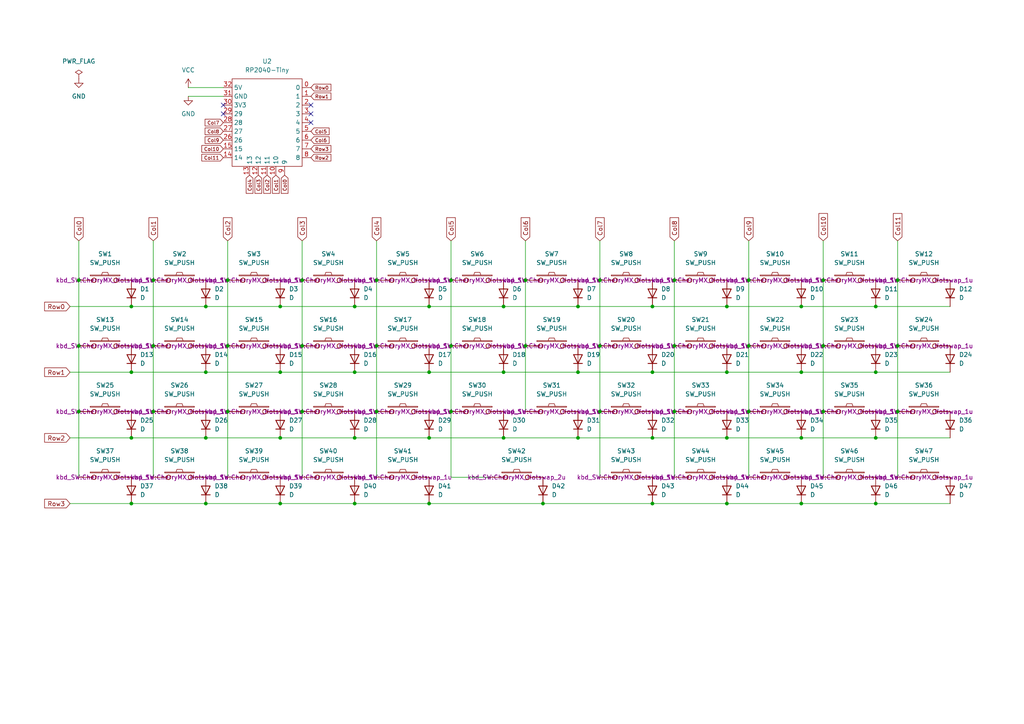
<source format=kicad_sch>
(kicad_sch (version 20250114) (generator "eeschema") (generator_version "9.0")
  (paper "A4")
  (lib_symbols
    (symbol "Device:D" (pin_numbers (hide yes)) (pin_names (offset 1.016) (hide yes))
      (property "Reference" "D" (at 0 2.54 0))
      (property "Value" "D" (at 0 -2.54 0))
      (symbol "D_0_1"
        (polyline (pts (xy -1.27 1.27) (xy -1.27 -1.27)) (stroke (width 0.254)))
        (polyline (pts (xy 1.27 1.27) (xy 1.27 -1.27) (xy -1.27 0) (xy 1.27 1.27)) (stroke (width 0.254)))
        (polyline (pts (xy 1.27 0) (xy -1.27 0)))
      )
      (symbol "D_1_1"
        (pin passive line (at -3.81 0 0) (length 2.54) (name "K") (number "1"))
        (pin passive line (at 3.81 0 180) (length 2.54) (name "A") (number "2"))
      )
    )
    (symbol "isw-mcu:RP2040-Zero"
      (property "Reference" "U" (at 0 17.78 0))
      (property "Value" "RP2040-Zero" (at 0 15.24 0))
      (symbol "RP2040-Zero_0_1"
        (rectangle (start -10.16 12.7) (end 10.16 -12.7))
      )
      (symbol "RP2040-Zero_1_1"
        (pin power_out line (at -12.7 10.16 0) (length 2.54) (name "5V") (number "32"))
        (pin power_in line (at -12.7 7.62 0) (length 2.54) (name "GND") (number "31"))
        (pin power_out line (at -12.7 5.08 0) (length 2.54) (name "3V3") (number "30"))
        (pin bidirectional line (at -12.7 2.54 0) (length 2.54) (name "29") (number "29"))
        (pin bidirectional line (at -12.7 0 0) (length 2.54) (name "28") (number "28"))
        (pin bidirectional line (at -12.7 -2.54 0) (length 2.54) (name "27") (number "27"))
        (pin bidirectional line (at -12.7 -5.08 0) (length 2.54) (name "26") (number "26"))
        (pin bidirectional line (at -12.7 -7.62 0) (length 2.54) (name "15") (number "15"))
        (pin bidirectional line (at -12.7 -10.16 0) (length 2.54) (name "14") (number "14"))
        (pin bidirectional line (at -5.08 -15.24 90) (length 2.54) (name "13") (number "13"))
        (pin bidirectional line (at -2.54 -15.24 90) (length 2.54) (name "12") (number "12"))
        (pin bidirectional line (at 0 -15.24 90) (length 2.54) (name "11") (number "11"))
        (pin bidirectional line (at 2.54 -15.24 90) (length 2.54) (name "10") (number "10"))
        (pin bidirectional line (at 5.08 -15.24 90) (length 2.54) (name "9") (number "9"))
        (pin tri_state line (at 12.7 10.16 180) (length 2.54) (name "0") (number "0"))
        (pin bidirectional line (at 12.7 7.62 180) (length 2.54) (name "1") (number "1"))
        (pin bidirectional line (at 12.7 5.08 180) (length 2.54) (name "2") (number "2"))
        (pin bidirectional line (at 12.7 2.54 180) (length 2.54) (name "3") (number "3"))
        (pin bidirectional line (at 12.7 0 180) (length 2.54) (name "4") (number "4"))
        (pin bidirectional line (at 12.7 -2.54 180) (length 2.54) (name "5") (number "5"))
        (pin bidirectional line (at 12.7 -5.08 180) (length 2.54) (name "6") (number "6"))
        (pin bidirectional line (at 12.7 -7.62 180) (length 2.54) (name "7") (number "7"))
        (pin bidirectional line (at 12.7 -10.16 180) (length 2.54) (name "8") (number "8"))
      )
    )
    (symbol "kbd:SW_PUSH" (pin_numbers (hide yes)) (pin_names (offset 1.016) (hide yes))
      (property "Reference" "SW" (at 3.81 2.794 0))
      (property "Value" "SW_PUSH" (at 0 -2.032 0))
      (symbol "SW_PUSH_0_1"
        (rectangle (start -4.318 1.27) (end 4.318 1.524))
        (polyline (pts (xy -1.016 1.524) (xy -0.762 2.286) (xy 0.762 2.286) (xy 1.016 1.524)))
        (pin passive inverted (at -7.62 0 0) (length 5.08) (name "1") (number "1"))
        (pin passive inverted (at 7.62 0 180) (length 5.08) (name "2") (number "2"))
      )
    )
    (symbol "power:GND" (power) (pin_numbers (hide yes)) (pin_names (offset 0) (hide yes))
      (property "Value" "GND" (at 0 -3.81 0))
      (symbol "GND_0_1"
        (polyline (pts (xy 0 0) (xy 0 -1.27) (xy 1.27 -1.27) (xy 0 -2.54) (xy -1.27 -1.27) (xy 0 -1.27)))
      )
      (symbol "GND_1_1"
        (pin power_in line (at 0 0 270) (length 0) (name "~") (number "1"))
      )
    )
    (symbol "power:PWR_FLAG" (power) (pin_numbers (hide yes)) (pin_names (offset 0) (hide yes))
      (property "Value" "PWR_FLAG" (at 0 3.81 0))
      (symbol "PWR_FLAG_0_0"
        (pin power_out line (at 0 0 90) (length 0) (name "~") (number "1"))
      )
      (symbol "PWR_FLAG_0_1"
        (polyline (pts (xy 0 0) (xy 0 1.27) (xy -1.016 1.905) (xy 0 2.54) (xy 1.016 1.905) (xy 0 1.27)))
      )
    )
    (symbol "power:VCC" (power) (pin_numbers (hide yes)) (pin_names (offset 0) (hide yes))
      (property "Value" "VCC" (at 0 3.556 0))
      (symbol "VCC_0_1"
        (polyline (pts (xy -0.762 1.27) (xy 0 2.54)))
        (polyline (pts (xy 0 2.54) (xy 0.762 1.27)))
        (polyline (pts (xy 0 0) (xy 0 2.54)))
      )
      (symbol "VCC_1_1"
        (pin power_in line (at 0 0 90) (length 0) (name "~") (number "1"))
      )
    )
  )
  (junction (at 210.82 146.05))
  (junction (at 152.4 100.33))
  (junction (at 87.63 81.28))
  (junction (at 102.87 107.95))
  (junction (at 130.81 81.28))
  (junction (at 195.58 100.33))
  (junction (at 157.48 146.05))
  (junction (at 44.45 100.33))
  (junction (at 59.69 146.05))
  (junction (at 146.05 107.95))
  (junction (at 238.76 81.28))
  (junction (at 238.76 100.33))
  (junction (at 232.41 107.95))
  (junction (at 124.46 107.95))
  (junction (at 22.86 81.28))
  (junction (at 81.28 88.9))
  (junction (at 124.46 146.05))
  (junction (at 189.23 88.9))
  (junction (at 124.46 127))
  (junction (at 102.87 88.9))
  (junction (at 167.64 88.9))
  (junction (at 238.76 119.38))
  (junction (at 130.81 119.38))
  (junction (at 81.28 127))
  (junction (at 59.69 127))
  (junction (at 217.17 81.28))
  (junction (at 44.45 119.38))
  (junction (at 217.17 100.33))
  (junction (at 232.41 127))
  (junction (at 146.05 127))
  (junction (at 254 127))
  (junction (at 22.86 100.33))
  (junction (at 210.82 127))
  (junction (at 195.58 81.28))
  (junction (at 232.41 88.9))
  (junction (at 38.1 107.95))
  (junction (at 81.28 107.95))
  (junction (at 173.99 81.28))
  (junction (at 38.1 127))
  (junction (at 254 88.9))
  (junction (at 66.04 81.28))
  (junction (at 173.99 100.33))
  (junction (at 87.63 119.38))
  (junction (at 189.23 127))
  (junction (at 146.05 88.9))
  (junction (at 102.87 146.05))
  (junction (at 87.63 100.33))
  (junction (at 38.1 146.05))
  (junction (at 109.22 119.38))
  (junction (at 66.04 119.38))
  (junction (at 189.23 146.05))
  (junction (at 66.04 100.33))
  (junction (at 210.82 88.9))
  (junction (at 59.69 88.9))
  (junction (at 81.28 146.05))
  (junction (at 167.64 127))
  (junction (at 109.22 100.33))
  (junction (at 217.17 119.38))
  (junction (at 254 107.95))
  (junction (at 167.64 107.95))
  (junction (at 152.4 81.28))
  (junction (at 254 146.05))
  (junction (at 260.35 119.38))
  (junction (at 102.87 127))
  (junction (at 130.81 100.33))
  (junction (at 173.99 119.38))
  (junction (at 109.22 81.28))
  (junction (at 210.82 107.95))
  (junction (at 22.86 119.38))
  (junction (at 260.35 100.33))
  (junction (at 232.41 146.05))
  (junction (at 124.46 88.9))
  (junction (at 195.58 119.38))
  (junction (at 38.1 88.9))
  (junction (at 59.69 107.95))
  (junction (at 44.45 81.28))
  (junction (at 260.35 81.28))
  (junction (at 189.23 107.95))
  (no_connect (at 64.77 30.48))
  (no_connect (at 90.17 35.56))
  (no_connect (at 90.17 33.02))
  (no_connect (at 64.77 33.02))
  (no_connect (at 90.17 30.48))
  (wire (pts (xy 238.76 81.28) (xy 238.76 100.33)))
  (wire (pts (xy 146.05 127) (xy 167.64 127)))
  (wire (pts (xy 189.23 107.95) (xy 210.82 107.95)))
  (wire (pts (xy 20.32 127) (xy 38.1 127)))
  (wire (pts (xy 66.04 100.33) (xy 66.04 119.38)))
  (wire (pts (xy 238.76 100.33) (xy 238.76 119.38)))
  (wire (pts (xy 102.87 88.9) (xy 124.46 88.9)))
  (wire (pts (xy 59.69 127) (xy 81.28 127)))
  (wire (pts (xy 238.76 69.85) (xy 238.76 81.28)))
  (wire (pts (xy 152.4 69.85) (xy 152.4 81.28)))
  (wire (pts (xy 38.1 88.9) (xy 59.69 88.9)))
  (wire (pts (xy 210.82 146.05) (xy 232.41 146.05)))
  (wire (pts (xy 146.05 107.95) (xy 167.64 107.95)))
  (wire (pts (xy 22.86 119.38) (xy 22.86 138.43)))
  (wire (pts (xy 87.63 69.85) (xy 87.63 81.28)))
  (wire (pts (xy 189.23 88.9) (xy 210.82 88.9)))
  (wire (pts (xy 102.87 107.95) (xy 124.46 107.95)))
  (wire (pts (xy 238.76 119.38) (xy 238.76 138.43)))
  (wire (pts (xy 146.05 88.9) (xy 167.64 88.9)))
  (wire (pts (xy 109.22 119.38) (xy 109.22 138.43)))
  (wire (pts (xy 38.1 107.95) (xy 59.69 107.95)))
  (wire (pts (xy 38.1 127) (xy 59.69 127)))
  (wire (pts (xy 109.22 81.28) (xy 109.22 100.33)))
  (wire (pts (xy 254 88.9) (xy 275.59 88.9)))
  (wire (pts (xy 44.45 100.33) (xy 44.45 119.38)))
  (wire (pts (xy 59.69 146.05) (xy 81.28 146.05)))
  (wire (pts (xy 38.1 146.05) (xy 59.69 146.05)))
  (wire (pts (xy 217.17 119.38) (xy 217.17 138.43)))
  (wire (pts (xy 87.63 119.38) (xy 87.63 138.43)))
  (wire (pts (xy 173.99 100.33) (xy 173.99 119.38)))
  (wire (pts (xy 130.81 81.28) (xy 130.81 100.33)))
  (wire (pts (xy 189.23 127) (xy 210.82 127)))
  (wire (pts (xy 232.41 107.95) (xy 254 107.95)))
  (wire (pts (xy 54.61 25.4) (xy 64.77 25.4)))
  (wire (pts (xy 232.41 146.05) (xy 254 146.05)))
  (wire (pts (xy 152.4 100.33) (xy 152.4 119.38)))
  (wire (pts (xy 66.04 69.85) (xy 66.04 81.28)))
  (wire (pts (xy 44.45 81.28) (xy 44.45 100.33)))
  (wire (pts (xy 254 107.95) (xy 275.59 107.95)))
  (wire (pts (xy 167.64 88.9) (xy 189.23 88.9)))
  (wire (pts (xy 232.41 127) (xy 254 127)))
  (wire (pts (xy 210.82 88.9) (xy 232.41 88.9)))
  (wire (pts (xy 254 146.05) (xy 275.59 146.05)))
  (wire (pts (xy 232.41 88.9) (xy 254 88.9)))
  (wire (pts (xy 124.46 107.95) (xy 146.05 107.95)))
  (wire (pts (xy 54.61 27.94) (xy 64.77 27.94)))
  (wire (pts (xy 81.28 146.05) (xy 102.87 146.05)))
  (wire (pts (xy 102.87 146.05) (xy 124.46 146.05)))
  (wire (pts (xy 167.64 127) (xy 189.23 127)))
  (wire (pts (xy 22.86 69.85) (xy 22.86 81.28)))
  (wire (pts (xy 20.32 88.9) (xy 38.1 88.9)))
  (wire (pts (xy 109.22 69.85) (xy 109.22 81.28)))
  (wire (pts (xy 173.99 81.28) (xy 173.99 100.33)))
  (wire (pts (xy 130.81 119.38) (xy 130.81 138.43)))
  (wire (pts (xy 59.69 107.95) (xy 81.28 107.95)))
  (wire (pts (xy 44.45 119.38) (xy 44.45 138.43)))
  (wire (pts (xy 195.58 119.38) (xy 195.58 138.43)))
  (wire (pts (xy 157.48 146.05) (xy 189.23 146.05)))
  (wire (pts (xy 20.32 146.05) (xy 38.1 146.05)))
  (wire (pts (xy 130.81 69.85) (xy 130.81 81.28)))
  (wire (pts (xy 44.45 69.85) (xy 44.45 81.28)))
  (wire (pts (xy 217.17 81.28) (xy 217.17 100.33)))
  (wire (pts (xy 189.23 146.05) (xy 210.82 146.05)))
  (wire (pts (xy 173.99 119.38) (xy 173.99 138.43)))
  (wire (pts (xy 217.17 69.85) (xy 217.17 81.28)))
  (wire (pts (xy 130.81 138.43) (xy 142.24 138.43)))
  (wire (pts (xy 66.04 81.28) (xy 66.04 100.33)))
  (wire (pts (xy 124.46 127) (xy 146.05 127)))
  (wire (pts (xy 210.82 107.95) (xy 232.41 107.95)))
  (wire (pts (xy 59.69 88.9) (xy 81.28 88.9)))
  (wire (pts (xy 87.63 81.28) (xy 87.63 100.33)))
  (wire (pts (xy 124.46 146.05) (xy 157.48 146.05)))
  (wire (pts (xy 22.86 81.28) (xy 22.86 100.33)))
  (wire (pts (xy 217.17 100.33) (xy 217.17 119.38)))
  (wire (pts (xy 260.35 100.33) (xy 260.35 119.38)))
  (wire (pts (xy 195.58 81.28) (xy 195.58 100.33)))
  (wire (pts (xy 81.28 127) (xy 102.87 127)))
  (wire (pts (xy 81.28 107.95) (xy 102.87 107.95)))
  (wire (pts (xy 260.35 81.28) (xy 260.35 100.33)))
  (wire (pts (xy 167.64 107.95) (xy 189.23 107.95)))
  (wire (pts (xy 173.99 69.85) (xy 173.99 81.28)))
  (wire (pts (xy 87.63 100.33) (xy 87.63 119.38)))
  (wire (pts (xy 22.86 100.33) (xy 22.86 119.38)))
  (wire (pts (xy 130.81 100.33) (xy 130.81 119.38)))
  (wire (pts (xy 210.82 127) (xy 232.41 127)))
  (wire (pts (xy 195.58 100.33) (xy 195.58 119.38)))
  (wire (pts (xy 260.35 69.85) (xy 260.35 81.28)))
  (wire (pts (xy 102.87 127) (xy 124.46 127)))
  (wire (pts (xy 254 127) (xy 275.59 127)))
  (wire (pts (xy 152.4 81.28) (xy 152.4 100.33)))
  (wire (pts (xy 195.58 69.85) (xy 195.58 81.28)))
  (wire (pts (xy 124.46 88.9) (xy 146.05 88.9)))
  (wire (pts (xy 20.32 107.95) (xy 38.1 107.95)))
  (wire (pts (xy 66.04 119.38) (xy 66.04 138.43)))
  (wire (pts (xy 109.22 100.33) (xy 109.22 119.38)))
  (wire (pts (xy 81.28 88.9) (xy 102.87 88.9)))
  (wire (pts (xy 260.35 119.38) (xy 260.35 138.43)))
  (global_label "Col11" (shape input) (at 64.77 45.72 180) (effects (font (size 1 1))) (property "Intersheetrefs" "${INTERSHEET_REFS}" (effects (hide yes))))
  (global_label "Row3" (shape input) (at 20.32 146.05 180) (property "Intersheetrefs" "${INTERSHEET_REFS}" (effects (hide yes))))
  (global_label "Col6" (shape input) (at 152.4 69.85 90) (property "Intersheetrefs" "${INTERSHEET_REFS}" (effects (hide yes))))
  (global_label "Col0" (shape input) (at 22.86 69.85 90) (property "Intersheetrefs" "${INTERSHEET_REFS}" (effects (hide yes))))
  (global_label "Col5" (shape input) (at 130.81 69.85 90) (property "Intersheetrefs" "${INTERSHEET_REFS}" (effects (hide yes))))
  (global_label "Col3" (shape input) (at 87.63 69.85 90) (property "Intersheetrefs" "${INTERSHEET_REFS}" (effects (hide yes))))
  (global_label "Col4" (shape input) (at 109.22 69.85 90) (property "Intersheetrefs" "${INTERSHEET_REFS}" (effects (hide yes))))
  (global_label "Col10" (shape input) (at 238.76 69.85 90) (property "Intersheetrefs" "${INTERSHEET_REFS}" (effects (hide yes))))
  (global_label "Col11" (shape input) (at 260.35 69.85 90) (property "Intersheetrefs" "${INTERSHEET_REFS}" (effects (hide yes))))
  (global_label "Col6" (shape input) (at 90.17 40.64 0) (effects (font (size 1 1))) (property "Intersheetrefs" "${INTERSHEET_REFS}" (effects (hide yes))))
  (global_label "Row1" (shape input) (at 90.17 27.94 0) (effects (font (size 1 1))) (property "Intersheetrefs" "${INTERSHEET_REFS}" (effects (hide yes))))
  (global_label "Col9" (shape input) (at 217.17 69.85 90) (property "Intersheetrefs" "${INTERSHEET_REFS}" (effects (hide yes))))
  (global_label "Col4" (shape input) (at 72.39 50.8 270) (effects (font (size 1 1))) (property "Intersheetrefs" "${INTERSHEET_REFS}" (effects (hide yes))))
  (global_label "Col0" (shape input) (at 82.55 50.8 270) (effects (font (size 1 1))) (property "Intersheetrefs" "${INTERSHEET_REFS}" (effects (hide yes))))
  (global_label "Col8" (shape input) (at 64.77 38.1 180) (effects (font (size 1 1))) (property "Intersheetrefs" "${INTERSHEET_REFS}" (effects (hide yes))))
  (global_label "Col2" (shape input) (at 77.47 50.8 270) (effects (font (size 1 1))) (property "Intersheetrefs" "${INTERSHEET_REFS}" (effects (hide yes))))
  (global_label "Col1" (shape input) (at 44.45 69.85 90) (property "Intersheetrefs" "${INTERSHEET_REFS}" (effects (hide yes))))
  (global_label "Col8" (shape input) (at 195.58 69.85 90) (property "Intersheetrefs" "${INTERSHEET_REFS}" (effects (hide yes))))
  (global_label "Col2" (shape input) (at 66.04 69.85 90) (property "Intersheetrefs" "${INTERSHEET_REFS}" (effects (hide yes))))
  (global_label "Col10" (shape input) (at 64.77 43.18 180) (effects (font (size 1 1))) (property "Intersheetrefs" "${INTERSHEET_REFS}" (effects (hide yes))))
  (global_label "Col7" (shape input) (at 64.77 35.56 180) (effects (font (size 1 1))) (property "Intersheetrefs" "${INTERSHEET_REFS}" (effects (hide yes))))
  (global_label "Row0" (shape input) (at 20.32 88.9 180) (property "Intersheetrefs" "${INTERSHEET_REFS}" (effects (hide yes))))
  (global_label "Row3" (shape input) (at 90.17 43.18 0) (effects (font (size 1 1))) (property "Intersheetrefs" "${INTERSHEET_REFS}" (effects (hide yes))))
  (global_label "Row0" (shape input) (at 90.17 25.4 0) (effects (font (size 1 1))) (property "Intersheetrefs" "${INTERSHEET_REFS}" (effects (hide yes))))
  (global_label "Row2" (shape input) (at 90.17 45.72 0) (effects (font (size 1 1))) (property "Intersheetrefs" "${INTERSHEET_REFS}" (effects (hide yes))))
  (global_label "Col3" (shape input) (at 74.93 50.8 270) (effects (font (size 1 1))) (property "Intersheetrefs" "${INTERSHEET_REFS}" (effects (hide yes))))
  (global_label "Col5" (shape input) (at 90.17 38.1 0) (effects (font (size 1 1))) (property "Intersheetrefs" "${INTERSHEET_REFS}" (effects (hide yes))))
  (global_label "Row2" (shape input) (at 20.32 127 180) (property "Intersheetrefs" "${INTERSHEET_REFS}" (effects (hide yes))))
  (global_label "Col7" (shape input) (at 173.99 69.85 90) (property "Intersheetrefs" "${INTERSHEET_REFS}" (effects (hide yes))))
  (global_label "Col1" (shape input) (at 80.01 50.8 270) (effects (font (size 1 1))) (property "Intersheetrefs" "${INTERSHEET_REFS}" (effects (hide yes))))
  (global_label "Col9" (shape input) (at 64.77 40.64 180) (effects (font (size 1 1))) (property "Intersheetrefs" "${INTERSHEET_REFS}" (effects (hide yes))))
  (global_label "Row1" (shape input) (at 20.32 107.95 180) (property "Intersheetrefs" "${INTERSHEET_REFS}" (effects (hide yes))))
  (symbol (lib_id "kbd:SW_PUSH") (at 267.97 138.43 0) (unit 1)
    (property "Reference" "SW47" (at 267.97 130.81 0))
    (property "Value" "SW_PUSH" (at 267.97 133.35 0))
    (property "Footprint" "kbd_SW:CherryMX_Hotswap_1u" (at 267.97 138.43 0))
  )
  (symbol (lib_id "kbd:SW_PUSH") (at 73.66 119.38 0) (unit 1)
    (property "Reference" "SW27" (at 73.66 111.76 0))
    (property "Value" "SW_PUSH" (at 73.66 114.3 0))
    (property "Footprint" "kbd_SW:CherryMX_Hotswap_1u" (at 73.66 119.38 0))
  )
  (symbol (lib_id "Device:D") (at 210.82 123.19 90) (unit 1)
    (property "Reference" "D33" (at 213.36 121.9199 90) (effects (justify right)))
    (property "Value" "D" (at 213.36 124.4599 90) (effects (justify right)))
    (property "Footprint" "kbd_Parts:Diode_TH_SMD" (effects (hide yes)))
    (property "Description" "Diode" (effects (hide yes)))
    (property "Sim.Device" "D" (effects (hide yes)))
    (property "Sim.Pins" "1=K 2=A" (effects (hide yes)))
  )
  (symbol (lib_id "Device:D") (at 189.23 123.19 90) (unit 1)
    (property "Reference" "D32" (at 191.77 121.9199 90) (effects (justify right)))
    (property "Value" "D" (at 191.77 124.4599 90) (effects (justify right)))
    (property "Footprint" "kbd_Parts:Diode_TH_SMD" (effects (hide yes)))
    (property "Description" "Diode" (effects (hide yes)))
    (property "Sim.Device" "D" (effects (hide yes)))
    (property "Sim.Pins" "1=K 2=A" (effects (hide yes)))
  )
  (symbol (lib_id "kbd:SW_PUSH") (at 224.79 81.28 0) (unit 1)
    (property "Reference" "SW10" (at 224.79 73.66 0))
    (property "Value" "SW_PUSH" (at 224.79 76.2 0))
    (property "Footprint" "kbd_SW:CherryMX_Hotswap_1u" (at 224.79 81.28 0))
  )
  (symbol (lib_id "Device:D") (at 102.87 142.24 90) (unit 1)
    (property "Reference" "D40" (at 105.41 140.9699 90) (effects (justify right)))
    (property "Value" "D" (at 105.41 143.5099 90) (effects (justify right)))
    (property "Footprint" "kbd_Parts:Diode_TH_SMD" (effects (hide yes)))
    (property "Description" "Diode" (effects (hide yes)))
    (property "Sim.Device" "D" (effects (hide yes)))
    (property "Sim.Pins" "1=K 2=A" (effects (hide yes)))
  )
  (symbol (lib_id "Device:D") (at 38.1 104.14 90) (unit 1)
    (property "Reference" "D13" (at 40.64 102.8699 90) (effects (justify right)))
    (property "Value" "D" (at 40.64 105.4099 90) (effects (justify right)))
    (property "Footprint" "kbd_Parts:Diode_TH_SMD" (effects (hide yes)))
    (property "Description" "Diode" (effects (hide yes)))
    (property "Sim.Device" "D" (effects (hide yes)))
    (property "Sim.Pins" "1=K 2=A" (effects (hide yes)))
  )
  (symbol (lib_id "Device:D") (at 254 85.09 90) (unit 1)
    (property "Reference" "D11" (at 256.54 83.8199 90) (effects (justify right)))
    (property "Value" "D" (at 256.54 86.3599 90) (effects (justify right)))
    (property "Footprint" "kbd_Parts:Diode_TH_SMD" (effects (hide yes)))
    (property "Description" "Diode" (effects (hide yes)))
    (property "Sim.Device" "D" (effects (hide yes)))
    (property "Sim.Pins" "1=K 2=A" (effects (hide yes)))
  )
  (symbol (lib_id "kbd:SW_PUSH") (at 246.38 81.28 0) (unit 1)
    (property "Reference" "SW11" (at 246.38 73.66 0))
    (property "Value" "SW_PUSH" (at 246.38 76.2 0))
    (property "Footprint" "kbd_SW:CherryMX_Hotswap_1u" (at 246.38 81.28 0))
  )
  (symbol (lib_id "Device:D") (at 275.59 85.09 90) (unit 1)
    (property "Reference" "D12" (at 278.13 83.8199 90) (effects (justify right)))
    (property "Value" "D" (at 278.13 86.3599 90) (effects (justify right)))
    (property "Footprint" "kbd_Parts:Diode_TH_SMD" (effects (hide yes)))
    (property "Description" "Diode" (effects (hide yes)))
    (property "Sim.Device" "D" (effects (hide yes)))
    (property "Sim.Pins" "1=K 2=A" (effects (hide yes)))
  )
  (symbol (lib_id "Device:D") (at 102.87 104.14 90) (unit 1)
    (property "Reference" "D16" (at 105.41 102.8699 90) (effects (justify right)))
    (property "Value" "D" (at 105.41 105.4099 90) (effects (justify right)))
    (property "Footprint" "kbd_Parts:Diode_TH_SMD" (effects (hide yes)))
    (property "Description" "Diode" (effects (hide yes)))
    (property "Sim.Device" "D" (effects (hide yes)))
    (property "Sim.Pins" "1=K 2=A" (effects (hide yes)))
  )
  (symbol (lib_id "kbd:SW_PUSH") (at 224.79 100.33 0) (unit 1)
    (property "Reference" "SW22" (at 224.79 92.71 0))
    (property "Value" "SW_PUSH" (at 224.79 95.25 0))
    (property "Footprint" "kbd_SW:CherryMX_Hotswap_1u" (at 224.79 100.33 0))
  )
  (symbol (lib_id "kbd:SW_PUSH") (at 116.84 81.28 0) (unit 1)
    (property "Reference" "SW5" (at 116.84 73.66 0))
    (property "Value" "SW_PUSH" (at 116.84 76.2 0))
    (property "Footprint" "kbd_SW:CherryMX_Hotswap_1u" (at 116.84 81.28 0))
  )
  (symbol (lib_id "kbd:SW_PUSH") (at 116.84 100.33 0) (unit 1)
    (property "Reference" "SW17" (at 116.84 92.71 0))
    (property "Value" "SW_PUSH" (at 116.84 95.25 0))
    (property "Footprint" "kbd_SW:CherryMX_Hotswap_1u" (at 116.84 100.33 0))
  )
  (symbol (lib_id "Device:D") (at 254 142.24 90) (unit 1)
    (property "Reference" "D46" (at 256.54 140.9699 90) (effects (justify right)))
    (property "Value" "D" (at 256.54 143.5099 90) (effects (justify right)))
    (property "Footprint" "kbd_Parts:Diode_TH_SMD" (effects (hide yes)))
    (property "Description" "Diode" (effects (hide yes)))
    (property "Sim.Device" "D" (effects (hide yes)))
    (property "Sim.Pins" "1=K 2=A" (effects (hide yes)))
  )
  (symbol (lib_id "Device:D") (at 232.41 85.09 90) (unit 1)
    (property "Reference" "D10" (at 234.95 83.8199 90) (effects (justify right)))
    (property "Value" "D" (at 234.95 86.3599 90) (effects (justify right)))
    (property "Footprint" "kbd_Parts:Diode_TH_SMD" (effects (hide yes)))
    (property "Description" "Diode" (effects (hide yes)))
    (property "Sim.Device" "D" (effects (hide yes)))
    (property "Sim.Pins" "1=K 2=A" (effects (hide yes)))
  )
  (symbol (lib_id "Device:D") (at 157.48 142.24 90) (unit 1)
    (property "Reference" "D42" (at 160.02 140.9699 90) (effects (justify right)))
    (property "Value" "D" (at 160.02 143.5099 90) (effects (justify right)))
    (property "Footprint" "kbd_Parts:Diode_TH_SMD" (effects (hide yes)))
    (property "Description" "Diode" (effects (hide yes)))
    (property "Sim.Device" "D" (effects (hide yes)))
    (property "Sim.Pins" "1=K 2=A" (effects (hide yes)))
  )
  (symbol (lib_id "Device:D") (at 81.28 123.19 90) (unit 1)
    (property "Reference" "D27" (at 83.82 121.9199 90) (effects (justify right)))
    (property "Value" "D" (at 83.82 124.4599 90) (effects (justify right)))
    (property "Footprint" "kbd_Parts:Diode_TH_SMD" (effects (hide yes)))
    (property "Description" "Diode" (effects (hide yes)))
    (property "Sim.Device" "D" (effects (hide yes)))
    (property "Sim.Pins" "1=K 2=A" (effects (hide yes)))
  )
  (symbol (lib_id "kbd:SW_PUSH") (at 181.61 138.43 0) (unit 1)
    (property "Reference" "SW43" (at 181.61 130.81 0))
    (property "Value" "SW_PUSH" (at 181.61 133.35 0))
    (property "Footprint" "kbd_SW:CherryMX_Hotswap_1u" (at 181.61 138.43 0))
  )
  (symbol (lib_id "Device:D") (at 59.69 85.09 90) (unit 1)
    (property "Reference" "D2" (at 62.23 83.8199 90) (effects (justify right)))
    (property "Value" "D" (at 62.23 86.3599 90) (effects (justify right)))
    (property "Footprint" "kbd_Parts:Diode_TH_SMD" (effects (hide yes)))
    (property "Description" "Diode" (effects (hide yes)))
    (property "Sim.Device" "D" (effects (hide yes)))
    (property "Sim.Pins" "1=K 2=A" (effects (hide yes)))
  )
  (symbol (lib_id "kbd:SW_PUSH") (at 203.2 81.28 0) (unit 1)
    (property "Reference" "SW9" (at 203.2 73.66 0))
    (property "Value" "SW_PUSH" (at 203.2 76.2 0))
    (property "Footprint" "kbd_SW:CherryMX_Hotswap_1u" (at 203.2 81.28 0))
  )
  (symbol (lib_id "Device:D") (at 59.69 142.24 90) (unit 1)
    (property "Reference" "D38" (at 62.23 140.9699 90) (effects (justify right)))
    (property "Value" "D" (at 62.23 143.5099 90) (effects (justify right)))
    (property "Footprint" "kbd_Parts:Diode_TH_SMD" (effects (hide yes)))
    (property "Description" "Diode" (effects (hide yes)))
    (property "Sim.Device" "D" (effects (hide yes)))
    (property "Sim.Pins" "1=K 2=A" (effects (hide yes)))
  )
  (symbol (lib_id "kbd:SW_PUSH") (at 246.38 138.43 0) (unit 1)
    (property "Reference" "SW46" (at 246.38 130.81 0))
    (property "Value" "SW_PUSH" (at 246.38 133.35 0))
    (property "Footprint" "kbd_SW:CherryMX_Hotswap_1u" (at 246.38 138.43 0))
  )
  (symbol (lib_id "kbd:SW_PUSH") (at 203.2 138.43 0) (unit 1)
    (property "Reference" "SW44" (at 203.2 130.81 0))
    (property "Value" "SW_PUSH" (at 203.2 133.35 0))
    (property "Footprint" "kbd_SW:CherryMX_Hotswap_1u" (at 203.2 138.43 0))
  )
  (symbol (lib_id "kbd:SW_PUSH") (at 160.02 119.38 0) (unit 1)
    (property "Reference" "SW31" (at 160.02 111.76 0))
    (property "Value" "SW_PUSH" (at 160.02 114.3 0))
    (property "Footprint" "kbd_SW:CherryMX_Hotswap_1u" (at 160.02 119.38 0))
  )
  (symbol (lib_id "Device:D") (at 59.69 104.14 90) (unit 1)
    (property "Reference" "D14" (at 62.23 102.8699 90) (effects (justify right)))
    (property "Value" "D" (at 62.23 105.4099 90) (effects (justify right)))
    (property "Footprint" "kbd_Parts:Diode_TH_SMD" (effects (hide yes)))
    (property "Description" "Diode" (effects (hide yes)))
    (property "Sim.Device" "D" (effects (hide yes)))
    (property "Sim.Pins" "1=K 2=A" (effects (hide yes)))
  )
  (symbol (lib_id "Device:D") (at 102.87 85.09 90) (unit 1)
    (property "Reference" "D4" (at 105.41 83.8199 90) (effects (justify right)))
    (property "Value" "D" (at 105.41 86.3599 90) (effects (justify right)))
    (property "Footprint" "kbd_Parts:Diode_TH_SMD" (effects (hide yes)))
    (property "Description" "Diode" (effects (hide yes)))
    (property "Sim.Device" "D" (effects (hide yes)))
    (property "Sim.Pins" "1=K 2=A" (effects (hide yes)))
  )
  (symbol (lib_id "kbd:SW_PUSH") (at 73.66 138.43 0) (unit 1)
    (property "Reference" "SW39" (at 73.66 130.81 0))
    (property "Value" "SW_PUSH" (at 73.66 133.35 0))
    (property "Footprint" "kbd_SW:CherryMX_Hotswap_1u" (at 73.66 138.43 0))
  )
  (symbol (lib_id "kbd:SW_PUSH") (at 30.48 81.28 0) (unit 1)
    (property "Reference" "SW1" (at 30.48 73.66 0))
    (property "Value" "SW_PUSH" (at 30.48 76.2 0))
    (property "Footprint" "kbd_SW:CherryMX_Hotswap_1u" (at 30.48 81.28 0))
  )
  (symbol (lib_id "Device:D") (at 38.1 85.09 90) (unit 1)
    (property "Reference" "D1" (at 40.64 83.8199 90) (effects (justify right)))
    (property "Value" "D" (at 40.64 86.3599 90) (effects (justify right)))
    (property "Footprint" "kbd_Parts:Diode_TH_SMD" (effects (hide yes)))
    (property "Description" "Diode" (effects (hide yes)))
    (property "Sim.Device" "D" (effects (hide yes)))
    (property "Sim.Pins" "1=K 2=A" (effects (hide yes)))
  )
  (symbol (lib_id "kbd:SW_PUSH") (at 95.25 138.43 0) (unit 1)
    (property "Reference" "SW40" (at 95.25 130.81 0))
    (property "Value" "SW_PUSH" (at 95.25 133.35 0))
    (property "Footprint" "kbd_SW:CherryMX_Hotswap_1u" (at 95.25 138.43 0))
  )
  (symbol (lib_id "Device:D") (at 167.64 104.14 90) (unit 1)
    (property "Reference" "D19" (at 170.18 102.8699 90) (effects (justify right)))
    (property "Value" "D" (at 170.18 105.4099 90) (effects (justify right)))
    (property "Footprint" "kbd_Parts:Diode_TH_SMD" (effects (hide yes)))
    (property "Description" "Diode" (effects (hide yes)))
    (property "Sim.Device" "D" (effects (hide yes)))
    (property "Sim.Pins" "1=K 2=A" (effects (hide yes)))
  )
  (symbol (lib_id "kbd:SW_PUSH") (at 160.02 81.28 0) (unit 1)
    (property "Reference" "SW7" (at 160.02 73.66 0))
    (property "Value" "SW_PUSH" (at 160.02 76.2 0))
    (property "Footprint" "kbd_SW:CherryMX_Hotswap_1u" (at 160.02 81.28 0))
  )
  (symbol (lib_id "kbd:SW_PUSH") (at 52.07 138.43 0) (unit 1)
    (property "Reference" "SW38" (at 52.07 130.81 0))
    (property "Value" "SW_PUSH" (at 52.07 133.35 0))
    (property "Footprint" "kbd_SW:CherryMX_Hotswap_1u" (at 52.07 138.43 0))
  )
  (symbol (lib_id "kbd:SW_PUSH") (at 267.97 100.33 0) (unit 1)
    (property "Reference" "SW24" (at 267.97 92.71 0))
    (property "Value" "SW_PUSH" (at 267.97 95.25 0))
    (property "Footprint" "kbd_SW:CherryMX_Hotswap_1u" (at 267.97 100.33 0))
  )
  (symbol (lib_id "Device:D") (at 38.1 142.24 90) (unit 1)
    (property "Reference" "D37" (at 40.64 140.9699 90) (effects (justify right)))
    (property "Value" "D" (at 40.64 143.5099 90) (effects (justify right)))
    (property "Footprint" "kbd_Parts:Diode_TH_SMD" (effects (hide yes)))
    (property "Description" "Diode" (effects (hide yes)))
    (property "Sim.Device" "D" (effects (hide yes)))
    (property "Sim.Pins" "1=K 2=A" (effects (hide yes)))
  )
  (symbol (lib_id "Device:D") (at 167.64 85.09 90) (unit 1)
    (property "Reference" "D7" (at 170.18 83.8199 90) (effects (justify right)))
    (property "Value" "D" (at 170.18 86.3599 90) (effects (justify right)))
    (property "Footprint" "kbd_Parts:Diode_TH_SMD" (effects (hide yes)))
    (property "Description" "Diode" (effects (hide yes)))
    (property "Sim.Device" "D" (effects (hide yes)))
    (property "Sim.Pins" "1=K 2=A" (effects (hide yes)))
  )
  (symbol (lib_id "kbd:SW_PUSH") (at 73.66 100.33 0) (unit 1)
    (property "Reference" "SW15" (at 73.66 92.71 0))
    (property "Value" "SW_PUSH" (at 73.66 95.25 0))
    (property "Footprint" "kbd_SW:CherryMX_Hotswap_1u" (at 73.66 100.33 0))
  )
  (symbol (lib_id "Device:D") (at 124.46 142.24 90) (unit 1)
    (property "Reference" "D41" (at 127 140.9699 90) (effects (justify right)))
    (property "Value" "D" (at 127 143.5099 90) (effects (justify right)))
    (property "Footprint" "kbd_Parts:Diode_TH_SMD" (effects (hide yes)))
    (property "Description" "Diode" (effects (hide yes)))
    (property "Sim.Device" "D" (effects (hide yes)))
    (property "Sim.Pins" "1=K 2=A" (effects (hide yes)))
  )
  (symbol (lib_id "kbd:SW_PUSH") (at 138.43 119.38 0) (unit 1)
    (property "Reference" "SW30" (at 138.43 111.76 0))
    (property "Value" "SW_PUSH" (at 138.43 114.3 0))
    (property "Footprint" "kbd_SW:CherryMX_Hotswap_1u" (at 138.43 119.38 0))
  )
  (symbol (lib_id "Device:D") (at 81.28 142.24 90) (unit 1)
    (property "Reference" "D39" (at 83.82 140.9699 90) (effects (justify right)))
    (property "Value" "D" (at 83.82 143.5099 90) (effects (justify right)))
    (property "Footprint" "kbd_Parts:Diode_TH_SMD" (effects (hide yes)))
    (property "Description" "Diode" (effects (hide yes)))
    (property "Sim.Device" "D" (effects (hide yes)))
    (property "Sim.Pins" "1=K 2=A" (effects (hide yes)))
  )
  (symbol (lib_id "Device:D") (at 81.28 85.09 90) (unit 1)
    (property "Reference" "D3" (at 83.82 83.8199 90) (effects (justify right)))
    (property "Value" "D" (at 83.82 86.3599 90) (effects (justify right)))
    (property "Footprint" "kbd_Parts:Diode_TH_SMD" (effects (hide yes)))
    (property "Description" "Diode" (effects (hide yes)))
    (property "Sim.Device" "D" (effects (hide yes)))
    (property "Sim.Pins" "1=K 2=A" (effects (hide yes)))
  )
  (symbol (lib_id "kbd:SW_PUSH") (at 181.61 100.33 0) (unit 1)
    (property "Reference" "SW20" (at 181.61 92.71 0))
    (property "Value" "SW_PUSH" (at 181.61 95.25 0))
    (property "Footprint" "kbd_SW:CherryMX_Hotswap_1u" (at 181.61 100.33 0))
  )
  (symbol (lib_id "Device:D") (at 146.05 85.09 90) (unit 1)
    (property "Reference" "D6" (at 148.59 83.8199 90) (effects (justify right)))
    (property "Value" "D" (at 148.59 86.3599 90) (effects (justify right)))
    (property "Footprint" "kbd_Parts:Diode_TH_SMD" (effects (hide yes)))
    (property "Description" "Diode" (effects (hide yes)))
    (property "Sim.Device" "D" (effects (hide yes)))
    (property "Sim.Pins" "1=K 2=A" (effects (hide yes)))
  )
  (symbol (lib_id "Device:D") (at 124.46 104.14 90) (unit 1)
    (property "Reference" "D17" (at 127 102.8699 90) (effects (justify right)))
    (property "Value" "D" (at 127 105.4099 90) (effects (justify right)))
    (property "Footprint" "kbd_Parts:Diode_TH_SMD" (effects (hide yes)))
    (property "Description" "Diode" (effects (hide yes)))
    (property "Sim.Device" "D" (effects (hide yes)))
    (property "Sim.Pins" "1=K 2=A" (effects (hide yes)))
  )
  (symbol (lib_id "kbd:SW_PUSH") (at 30.48 138.43 0) (unit 1)
    (property "Reference" "SW37" (at 30.48 130.81 0))
    (property "Value" "SW_PUSH" (at 30.48 133.35 0))
    (property "Footprint" "kbd_SW:CherryMX_Hotswap_1u" (at 30.48 138.43 0))
  )
  (symbol (lib_id "Device:D") (at 189.23 142.24 90) (unit 1)
    (property "Reference" "D43" (at 191.77 140.9699 90) (effects (justify right)))
    (property "Value" "D" (at 191.77 143.5099 90) (effects (justify right)))
    (property "Footprint" "kbd_Parts:Diode_TH_SMD" (effects (hide yes)))
    (property "Description" "Diode" (effects (hide yes)))
    (property "Sim.Device" "D" (effects (hide yes)))
    (property "Sim.Pins" "1=K 2=A" (effects (hide yes)))
  )
  (symbol (lib_id "kbd:SW_PUSH") (at 246.38 119.38 0) (unit 1)
    (property "Reference" "SW35" (at 246.38 111.76 0))
    (property "Value" "SW_PUSH" (at 246.38 114.3 0))
    (property "Footprint" "kbd_SW:CherryMX_Hotswap_1u" (at 246.38 119.38 0))
  )
  (symbol (lib_id "Device:D") (at 275.59 142.24 90) (unit 1)
    (property "Reference" "D47" (at 278.13 140.9699 90) (effects (justify right)))
    (property "Value" "D" (at 278.13 143.5099 90) (effects (justify right)))
    (property "Footprint" "kbd_Parts:Diode_TH_SMD" (effects (hide yes)))
    (property "Description" "Diode" (effects (hide yes)))
    (property "Sim.Device" "D" (effects (hide yes)))
    (property "Sim.Pins" "1=K 2=A" (effects (hide yes)))
  )
  (symbol (lib_id "Device:D") (at 146.05 104.14 90) (unit 1)
    (property "Reference" "D18" (at 148.59 102.8699 90) (effects (justify right)))
    (property "Value" "D" (at 148.59 105.4099 90) (effects (justify right)))
    (property "Footprint" "kbd_Parts:Diode_TH_SMD" (effects (hide yes)))
    (property "Description" "Diode" (effects (hide yes)))
    (property "Sim.Device" "D" (effects (hide yes)))
    (property "Sim.Pins" "1=K 2=A" (effects (hide yes)))
  )
  (symbol (lib_id "Device:D") (at 102.87 123.19 90) (unit 1)
    (property "Reference" "D28" (at 105.41 121.9199 90) (effects (justify right)))
    (property "Value" "D" (at 105.41 124.4599 90) (effects (justify right)))
    (property "Footprint" "kbd_Parts:Diode_TH_SMD" (effects (hide yes)))
    (property "Description" "Diode" (effects (hide yes)))
    (property "Sim.Device" "D" (effects (hide yes)))
    (property "Sim.Pins" "1=K 2=A" (effects (hide yes)))
  )
  (symbol (lib_id "Device:D") (at 189.23 85.09 90) (unit 1)
    (property "Reference" "D8" (at 191.77 83.8199 90) (effects (justify right)))
    (property "Value" "D" (at 191.77 86.3599 90) (effects (justify right)))
    (property "Footprint" "kbd_Parts:Diode_TH_SMD" (effects (hide yes)))
    (property "Description" "Diode" (effects (hide yes)))
    (property "Sim.Device" "D" (effects (hide yes)))
    (property "Sim.Pins" "1=K 2=A" (effects (hide yes)))
  )
  (symbol (lib_id "Device:D") (at 275.59 123.19 90) (unit 1)
    (property "Reference" "D36" (at 278.13 121.9199 90) (effects (justify right)))
    (property "Value" "D" (at 278.13 124.4599 90) (effects (justify right)))
    (property "Footprint" "kbd_Parts:Diode_TH_SMD" (effects (hide yes)))
    (property "Description" "Diode" (effects (hide yes)))
    (property "Sim.Device" "D" (effects (hide yes)))
    (property "Sim.Pins" "1=K 2=A" (effects (hide yes)))
  )
  (symbol (lib_id "Device:D") (at 146.05 123.19 90) (unit 1)
    (property "Reference" "D30" (at 148.59 121.9199 90) (effects (justify right)))
    (property "Value" "D" (at 148.59 124.4599 90) (effects (justify right)))
    (property "Footprint" "kbd_Parts:Diode_TH_SMD" (effects (hide yes)))
    (property "Description" "Diode" (effects (hide yes)))
    (property "Sim.Device" "D" (effects (hide yes)))
    (property "Sim.Pins" "1=K 2=A" (effects (hide yes)))
  )
  (symbol (lib_id "power:PWR_FLAG") (at 22.86 22.86 0) (unit 1)
    (property "Reference" "#FLG01" (effects (hide yes)))
    (property "Value" "PWR_FLAG" (at 22.86 17.78 0))
    (property "Description" "Special symbol for telling ERC where power comes from" (effects (hide yes)))
  )
  (symbol (lib_id "kbd:SW_PUSH") (at 181.61 119.38 0) (unit 1)
    (property "Reference" "SW32" (at 181.61 111.76 0))
    (property "Value" "SW_PUSH" (at 181.61 114.3 0))
    (property "Footprint" "kbd_SW:CherryMX_Hotswap_1u" (at 181.61 119.38 0))
  )
  (symbol (lib_id "Device:D") (at 210.82 85.09 90) (unit 1)
    (property "Reference" "D9" (at 213.36 83.8199 90) (effects (justify right)))
    (property "Value" "D" (at 213.36 86.3599 90) (effects (justify right)))
    (property "Footprint" "kbd_Parts:Diode_TH_SMD" (effects (hide yes)))
    (property "Description" "Diode" (effects (hide yes)))
    (property "Sim.Device" "D" (effects (hide yes)))
    (property "Sim.Pins" "1=K 2=A" (effects (hide yes)))
  )
  (symbol (lib_id "isw-mcu:RP2040-Zero") (at 77.47 35.56 0) (unit 1)
    (property "Reference" "U2" (at 77.47 17.78 0))
    (property "Value" "RP2040-Tiny" (at 77.47 20.32 0))
    (property "Footprint" "rhyn-ow:RP2040-Zero" (effects (hide yes)))
  )
  (symbol (lib_id "kbd:SW_PUSH") (at 95.25 81.28 0) (unit 1)
    (property "Reference" "SW4" (at 95.25 73.66 0))
    (property "Value" "SW_PUSH" (at 95.25 76.2 0))
    (property "Footprint" "kbd_SW:CherryMX_Hotswap_1u" (at 95.25 81.28 0))
  )
  (symbol (lib_id "kbd:SW_PUSH") (at 138.43 81.28 0) (unit 1)
    (property "Reference" "SW6" (at 138.43 73.66 0))
    (property "Value" "SW_PUSH" (at 138.43 76.2 0))
    (property "Footprint" "kbd_SW:CherryMX_Hotswap_1u" (at 138.43 81.28 0))
  )
  (symbol (lib_id "Device:D") (at 210.82 142.24 90) (unit 1)
    (property "Reference" "D44" (at 213.36 140.9699 90) (effects (justify right)))
    (property "Value" "D" (at 213.36 143.5099 90) (effects (justify right)))
    (property "Footprint" "kbd_Parts:Diode_TH_SMD" (effects (hide yes)))
    (property "Description" "Diode" (effects (hide yes)))
    (property "Sim.Device" "D" (effects (hide yes)))
    (property "Sim.Pins" "1=K 2=A" (effects (hide yes)))
  )
  (symbol (lib_id "Device:D") (at 232.41 123.19 90) (unit 1)
    (property "Reference" "D34" (at 234.95 121.9199 90) (effects (justify right)))
    (property "Value" "D" (at 234.95 124.4599 90) (effects (justify right)))
    (property "Footprint" "kbd_Parts:Diode_TH_SMD" (effects (hide yes)))
    (property "Description" "Diode" (effects (hide yes)))
    (property "Sim.Device" "D" (effects (hide yes)))
    (property "Sim.Pins" "1=K 2=A" (effects (hide yes)))
  )
  (symbol (lib_id "kbd:SW_PUSH") (at 224.79 119.38 0) (unit 1)
    (property "Reference" "SW34" (at 224.79 111.76 0))
    (property "Value" "SW_PUSH" (at 224.79 114.3 0))
    (property "Footprint" "kbd_SW:CherryMX_Hotswap_1u" (at 224.79 119.38 0))
  )
  (symbol (lib_id "Device:D") (at 38.1 123.19 90) (unit 1)
    (property "Reference" "D25" (at 40.64 121.9199 90) (effects (justify right)))
    (property "Value" "D" (at 40.64 124.4599 90) (effects (justify right)))
    (property "Footprint" "kbd_Parts:Diode_TH_SMD" (effects (hide yes)))
    (property "Description" "Diode" (effects (hide yes)))
    (property "Sim.Device" "D" (effects (hide yes)))
    (property "Sim.Pins" "1=K 2=A" (effects (hide yes)))
  )
  (symbol (lib_id "Device:D") (at 254 104.14 90) (unit 1)
    (property "Reference" "D23" (at 256.54 102.8699 90) (effects (justify right)))
    (property "Value" "D" (at 256.54 105.4099 90) (effects (justify right)))
    (property "Footprint" "kbd_Parts:Diode_TH_SMD" (effects (hide yes)))
    (property "Description" "Diode" (effects (hide yes)))
    (property "Sim.Device" "D" (effects (hide yes)))
    (property "Sim.Pins" "1=K 2=A" (effects (hide yes)))
  )
  (symbol (lib_id "Device:D") (at 232.41 104.14 90) (unit 1)
    (property "Reference" "D22" (at 234.95 102.8699 90) (effects (justify right)))
    (property "Value" "D" (at 234.95 105.4099 90) (effects (justify right)))
    (property "Footprint" "kbd_Parts:Diode_TH_SMD" (effects (hide yes)))
    (property "Description" "Diode" (effects (hide yes)))
    (property "Sim.Device" "D" (effects (hide yes)))
    (property "Sim.Pins" "1=K 2=A" (effects (hide yes)))
  )
  (symbol (lib_id "Device:D") (at 232.41 142.24 90) (unit 1)
    (property "Reference" "D45" (at 234.95 140.9699 90) (effects (justify right)))
    (property "Value" "D" (at 234.95 143.5099 90) (effects (justify right)))
    (property "Footprint" "kbd_Parts:Diode_TH_SMD" (effects (hide yes)))
    (property "Description" "Diode" (effects (hide yes)))
    (property "Sim.Device" "D" (effects (hide yes)))
    (property "Sim.Pins" "1=K 2=A" (effects (hide yes)))
  )
  (symbol (lib_id "kbd:SW_PUSH") (at 73.66 81.28 0) (unit 1)
    (property "Reference" "SW3" (at 73.66 73.66 0))
    (property "Value" "SW_PUSH" (at 73.66 76.2 0))
    (property "Footprint" "kbd_SW:CherryMX_Hotswap_1u" (at 73.66 81.28 0))
  )
  (symbol (lib_id "kbd:SW_PUSH") (at 30.48 100.33 0) (unit 1)
    (property "Reference" "SW13" (at 30.48 92.71 0))
    (property "Value" "SW_PUSH" (at 30.48 95.25 0))
    (property "Footprint" "kbd_SW:CherryMX_Hotswap_1u" (at 30.48 100.33 0))
  )
  (symbol (lib_id "kbd:SW_PUSH") (at 267.97 119.38 0) (unit 1)
    (property "Reference" "SW36" (at 267.97 111.76 0))
    (property "Value" "SW_PUSH" (at 267.97 114.3 0))
    (property "Footprint" "kbd_SW:CherryMX_Hotswap_1u" (at 267.97 119.38 0))
  )
  (symbol (lib_id "kbd:SW_PUSH") (at 246.38 100.33 0) (unit 1)
    (property "Reference" "SW23" (at 246.38 92.71 0))
    (property "Value" "SW_PUSH" (at 246.38 95.25 0))
    (property "Footprint" "kbd_SW:CherryMX_Hotswap_1u" (at 246.38 100.33 0))
  )
  (symbol (lib_id "kbd:SW_PUSH") (at 224.79 138.43 0) (unit 1)
    (property "Reference" "SW45" (at 224.79 130.81 0))
    (property "Value" "SW_PUSH" (at 224.79 133.35 0))
    (property "Footprint" "kbd_SW:CherryMX_Hotswap_1u" (at 224.79 138.43 0))
  )
  (symbol (lib_id "kbd:SW_PUSH") (at 149.86 138.43 0) (unit 1)
    (property "Reference" "SW42" (at 149.86 130.81 0))
    (property "Value" "SW_PUSH" (at 149.86 133.35 0))
    (property "Footprint" "kbd_SW:CherryMX_Hotswap_2u" (at 149.86 138.43 0))
  )
  (symbol (lib_id "power:GND") (at 54.61 27.94 0) (unit 1)
    (property "Reference" "#PWR08" (effects (hide yes)))
    (property "Value" "GND" (at 54.61 33.02 0))
    (property "Description" "Power symbol creates a global label with name \"GND\" , ground" (effects (hide yes)))
  )
  (symbol (lib_id "kbd:SW_PUSH") (at 116.84 119.38 0) (unit 1)
    (property "Reference" "SW29" (at 116.84 111.76 0))
    (property "Value" "SW_PUSH" (at 116.84 114.3 0))
    (property "Footprint" "kbd_SW:CherryMX_Hotswap_1u" (at 116.84 119.38 0))
  )
  (symbol (lib_id "Device:D") (at 210.82 104.14 90) (unit 1)
    (property "Reference" "D21" (at 213.36 102.8699 90) (effects (justify right)))
    (property "Value" "D" (at 213.36 105.4099 90) (effects (justify right)))
    (property "Footprint" "kbd_Parts:Diode_TH_SMD" (effects (hide yes)))
    (property "Description" "Diode" (effects (hide yes)))
    (property "Sim.Device" "D" (effects (hide yes)))
    (property "Sim.Pins" "1=K 2=A" (effects (hide yes)))
  )
  (symbol (lib_id "kbd:SW_PUSH") (at 116.84 138.43 0) (unit 1)
    (property "Reference" "SW41" (at 116.84 130.81 0))
    (property "Value" "SW_PUSH" (at 116.84 133.35 0))
    (property "Footprint" "kbd_SW:CherryMX_Hotswap_1u" (at 116.84 138.43 0))
  )
  (symbol (lib_id "kbd:SW_PUSH") (at 52.07 81.28 0) (unit 1)
    (property "Reference" "SW2" (at 52.07 73.66 0))
    (property "Value" "SW_PUSH" (at 52.07 76.2 0))
    (property "Footprint" "kbd_SW:CherryMX_Hotswap_1u" (at 52.07 81.28 0))
  )
  (symbol (lib_id "power:GND") (at 22.86 22.86 0) (unit 1)
    (property "Reference" "#PWR04" (effects (hide yes)))
    (property "Value" "GND" (at 22.86 27.94 0))
    (property "Description" "Power symbol creates a global label with name \"GND\" , ground" (effects (hide yes)))
  )
  (symbol (lib_id "Device:D") (at 167.64 123.19 90) (unit 1)
    (property "Reference" "D31" (at 170.18 121.9199 90) (effects (justify right)))
    (property "Value" "D" (at 170.18 124.4599 90) (effects (justify right)))
    (property "Footprint" "kbd_Parts:Diode_TH_SMD" (effects (hide yes)))
    (property "Description" "Diode" (effects (hide yes)))
    (property "Sim.Device" "D" (effects (hide yes)))
    (property "Sim.Pins" "1=K 2=A" (effects (hide yes)))
  )
  (symbol (lib_id "kbd:SW_PUSH") (at 160.02 100.33 0) (unit 1)
    (property "Reference" "SW19" (at 160.02 92.71 0))
    (property "Value" "SW_PUSH" (at 160.02 95.25 0))
    (property "Footprint" "kbd_SW:CherryMX_Hotswap_1u" (at 160.02 100.33 0))
  )
  (symbol (lib_id "kbd:SW_PUSH") (at 30.48 119.38 0) (unit 1)
    (property "Reference" "SW25" (at 30.48 111.76 0))
    (property "Value" "SW_PUSH" (at 30.48 114.3 0))
    (property "Footprint" "kbd_SW:CherryMX_Hotswap_1u" (at 30.48 119.38 0))
  )
  (symbol (lib_id "kbd:SW_PUSH") (at 138.43 100.33 0) (unit 1)
    (property "Reference" "SW18" (at 138.43 92.71 0))
    (property "Value" "SW_PUSH" (at 138.43 95.25 0))
    (property "Footprint" "kbd_SW:CherryMX_Hotswap_1u" (at 138.43 100.33 0))
  )
  (symbol (lib_id "kbd:SW_PUSH") (at 267.97 81.28 0) (unit 1)
    (property "Reference" "SW12" (at 267.97 73.66 0))
    (property "Value" "SW_PUSH" (at 267.97 76.2 0))
    (property "Footprint" "kbd_SW:CherryMX_Hotswap_1u" (at 267.97 81.28 0))
  )
  (symbol (lib_id "power:VCC") (at 54.61 25.4 0) (unit 1)
    (property "Reference" "#PWR06" (effects (hide yes)))
    (property "Value" "VCC" (at 54.61 20.32 0))
    (property "Description" "Power symbol creates a global label with name \"VCC\"" (effects (hide yes)))
  )
  (symbol (lib_id "Device:D") (at 81.28 104.14 90) (unit 1)
    (property "Reference" "D15" (at 83.82 102.8699 90) (effects (justify right)))
    (property "Value" "D" (at 83.82 105.4099 90) (effects (justify right)))
    (property "Footprint" "kbd_Parts:Diode_TH_SMD" (effects (hide yes)))
    (property "Description" "Diode" (effects (hide yes)))
    (property "Sim.Device" "D" (effects (hide yes)))
    (property "Sim.Pins" "1=K 2=A" (effects (hide yes)))
  )
  (symbol (lib_id "Device:D") (at 275.59 104.14 90) (unit 1)
    (property "Reference" "D24" (at 278.13 102.8699 90) (effects (justify right)))
    (property "Value" "D" (at 278.13 105.4099 90) (effects (justify right)))
    (property "Footprint" "kbd_Parts:Diode_TH_SMD" (effects (hide yes)))
    (property "Description" "Diode" (effects (hide yes)))
    (property "Sim.Device" "D" (effects (hide yes)))
    (property "Sim.Pins" "1=K 2=A" (effects (hide yes)))
  )
  (symbol (lib_id "Device:D") (at 254 123.19 90) (unit 1)
    (property "Reference" "D35" (at 256.54 121.9199 90) (effects (justify right)))
    (property "Value" "D" (at 256.54 124.4599 90) (effects (justify right)))
    (property "Footprint" "kbd_Parts:Diode_TH_SMD" (effects (hide yes)))
    (property "Description" "Diode" (effects (hide yes)))
    (property "Sim.Device" "D" (effects (hide yes)))
    (property "Sim.Pins" "1=K 2=A" (effects (hide yes)))
  )
  (symbol (lib_id "kbd:SW_PUSH") (at 52.07 100.33 0) (unit 1)
    (property "Reference" "SW14" (at 52.07 92.71 0))
    (property "Value" "SW_PUSH" (at 52.07 95.25 0))
    (property "Footprint" "kbd_SW:CherryMX_Hotswap_1u" (at 52.07 100.33 0))
  )
  (symbol (lib_id "kbd:SW_PUSH") (at 181.61 81.28 0) (unit 1)
    (property "Reference" "SW8" (at 181.61 73.66 0))
    (property "Value" "SW_PUSH" (at 181.61 76.2 0))
    (property "Footprint" "kbd_SW:CherryMX_Hotswap_1u" (at 181.61 81.28 0))
  )
  (symbol (lib_id "kbd:SW_PUSH") (at 95.25 100.33 0) (unit 1)
    (property "Reference" "SW16" (at 95.25 92.71 0))
    (property "Value" "SW_PUSH" (at 95.25 95.25 0))
    (property "Footprint" "kbd_SW:CherryMX_Hotswap_1u" (at 95.25 100.33 0))
  )
  (symbol (lib_id "Device:D") (at 189.23 104.14 90) (unit 1)
    (property "Reference" "D20" (at 191.77 102.8699 90) (effects (justify right)))
    (property "Value" "D" (at 191.77 105.4099 90) (effects (justify right)))
    (property "Footprint" "kbd_Parts:Diode_TH_SMD" (effects (hide yes)))
    (property "Description" "Diode" (effects (hide yes)))
    (property "Sim.Device" "D" (effects (hide yes)))
    (property "Sim.Pins" "1=K 2=A" (effects (hide yes)))
  )
  (symbol (lib_id "kbd:SW_PUSH") (at 95.25 119.38 0) (unit 1)
    (property "Reference" "SW28" (at 95.25 111.76 0))
    (property "Value" "SW_PUSH" (at 95.25 114.3 0))
    (property "Footprint" "kbd_SW:CherryMX_Hotswap_1u" (at 95.25 119.38 0))
  )
  (symbol (lib_id "kbd:SW_PUSH") (at 203.2 100.33 0) (unit 1)
    (property "Reference" "SW21" (at 203.2 92.71 0))
    (property "Value" "SW_PUSH" (at 203.2 95.25 0))
    (property "Footprint" "kbd_SW:CherryMX_Hotswap_1u" (at 203.2 100.33 0))
  )
  (symbol (lib_id "Device:D") (at 59.69 123.19 90) (unit 1)
    (property "Reference" "D26" (at 62.23 121.9199 90) (effects (justify right)))
    (property "Value" "D" (at 62.23 124.4599 90) (effects (justify right)))
    (property "Footprint" "kbd_Parts:Diode_TH_SMD" (effects (hide yes)))
    (property "Description" "Diode" (effects (hide yes)))
    (property "Sim.Device" "D" (effects (hide yes)))
    (property "Sim.Pins" "1=K 2=A" (effects (hide yes)))
  )
  (symbol (lib_id "Device:D") (at 124.46 85.09 90) (unit 1)
    (property "Reference" "D5" (at 127 83.8199 90) (effects (justify right)))
    (property "Value" "D" (at 127 86.3599 90) (effects (justify right)))
    (property "Footprint" "kbd_Parts:Diode_TH_SMD" (effects (hide yes)))
    (property "Description" "Diode" (effects (hide yes)))
    (property "Sim.Device" "D" (effects (hide yes)))
    (property "Sim.Pins" "1=K 2=A" (effects (hide yes)))
  )
  (symbol (lib_id "kbd:SW_PUSH") (at 52.07 119.38 0) (unit 1)
    (property "Reference" "SW26" (at 52.07 111.76 0))
    (property "Value" "SW_PUSH" (at 52.07 114.3 0))
    (property "Footprint" "kbd_SW:CherryMX_Hotswap_1u" (at 52.07 119.38 0))
  )
  (symbol (lib_id "Device:D") (at 124.46 123.19 90) (unit 1)
    (property "Reference" "D29" (at 127 121.9199 90) (effects (justify right)))
    (property "Value" "D" (at 127 124.4599 90) (effects (justify right)))
    (property "Footprint" "kbd_Parts:Diode_TH_SMD" (effects (hide yes)))
    (property "Description" "Diode" (effects (hide yes)))
    (property "Sim.Device" "D" (effects (hide yes)))
    (property "Sim.Pins" "1=K 2=A" (effects (hide yes)))
  )
  (symbol (lib_id "kbd:SW_PUSH") (at 203.2 119.38 0) (unit 1)
    (property "Reference" "SW33" (at 203.2 111.76 0))
    (property "Value" "SW_PUSH" (at 203.2 114.3 0))
    (property "Footprint" "kbd_SW:CherryMX_Hotswap_1u" (at 203.2 119.38 0))
  )
)
</source>
